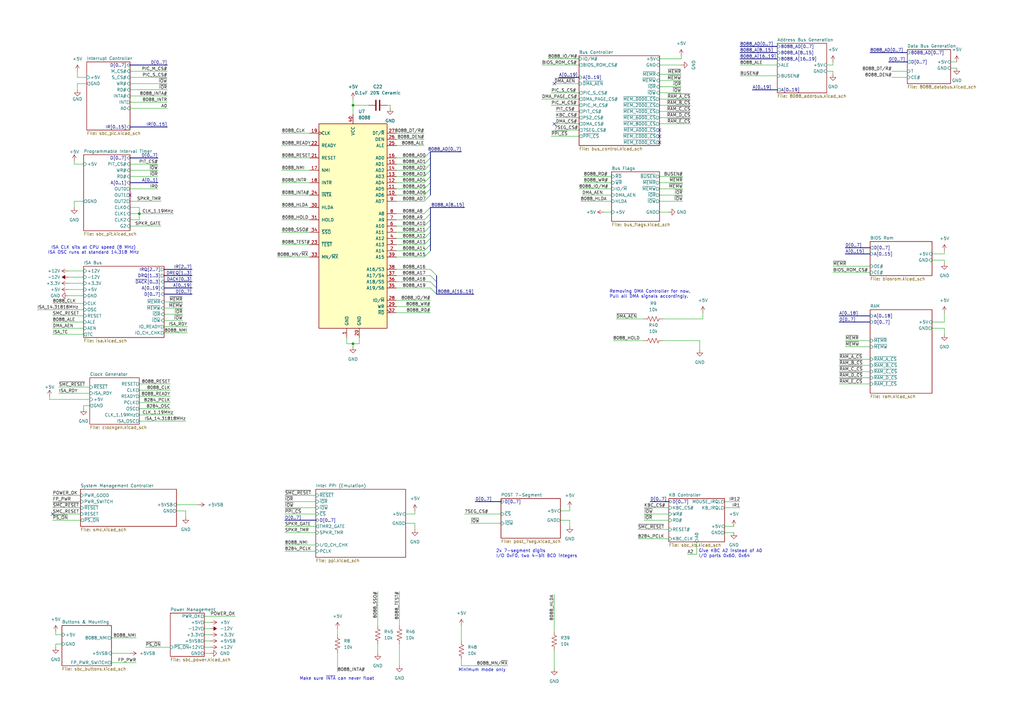
<source format=kicad_sch>
(kicad_sch (version 20231120) (generator "eeschema") (generator_version "8.0")
  (paper "A3")
  (lib_symbols
    (symbol "Device:C" (pin_numbers hide) (pin_names (offset 0.254))
      (property "Reference" "C" (at 0.635 2.54 0))
      (property "Value" "C" (at 0.635 -2.54 0))
      (symbol "C_1_1"
        (pin passive line (at 0 3.81 270) (length 2.794) (name "~") (number "1"))
        (pin passive line (at 0 -3.81 90) (length 2.794) (name "~") (number "2"))
      )
    )
    (symbol "Device:R_US" (pin_numbers hide) (pin_names (offset 0))
      (property "Reference" "R" (at 2.54 0 90))
      (property "Value" "R_US" (at -2.54 0 90))
      (symbol "R_US_1_1"
        (pin passive line (at 0 3.81 270) (length 1.27) (name "~") (number "1"))
        (pin passive line (at 0 -3.81 90) (length 1.27) (name "~") (number "2"))
      )
    )
    (symbol "MCU_Intel:8088" (pin_names (offset 1.016))
      (property "Reference" "U" (at -12.7 43.18 0))
      (property "Value" "8088" (at 10.16 43.18 0))
      (symbol "8088_1_1"
        (pin power_in line (at -2.54 -45.72 90) (length 3.81) (name "GND") (number "1"))
        (pin bidirectional line (at 17.78 12.7 180) (length 3.81) (name "AD6") (number "10"))
        (pin bidirectional line (at 17.78 15.24 180) (length 3.81) (name "AD5") (number "11"))
        (pin bidirectional line (at 17.78 17.78 180) (length 3.81) (name "AD4") (number "12"))
        (pin bidirectional line (at 17.78 20.32 180) (length 3.81) (name "AD3") (number "13"))
        (pin bidirectional line (at 17.78 22.86 180) (length 3.81) (name "AD2") (number "14"))
        (pin bidirectional line (at 17.78 25.4 180) (length 3.81) (name "AD1") (number "15"))
        (pin bidirectional line (at 17.78 27.94 180) (length 3.81) (name "AD0") (number "16"))
        (pin input line (at -17.78 22.86 0) (length 3.81) (name "NMI") (number "17"))
        (pin input line (at -17.78 17.78 0) (length 3.81) (name "INTR") (number "18"))
        (pin input clock (at -17.78 38.1 0) (length 3.81) (name "CLK") (number "19"))
        (pin output line (at 17.78 -10.16 180) (length 3.81) (name "A14") (number "2"))
        (pin power_in line (at 2.54 -45.72 90) (length 3.81) (name "GND") (number "20"))
        (pin input line (at -17.78 27.94 0) (length 3.81) (name "RESET") (number "21"))
        (pin input line (at -17.78 33.02 0) (length 3.81) (name "READY") (number "22"))
        (pin input line (at -17.78 -7.62 0) (length 3.81) (name "~{TEST}") (number "23"))
        (pin output line (at -17.78 12.7 0) (length 3.81) (name "~{INTA}") (number "24"))
        (pin output line (at 17.78 33.02 180) (length 3.81) (name "ALE") (number "25"))
        (pin output line (at 17.78 35.56 180) (length 3.81) (name "DEN") (number "26"))
        (pin output line (at 17.78 38.1 180) (length 3.81) (name "DT/~{R}") (number "27"))
        (pin output line (at 17.78 -30.48 180) (length 3.81) (name "IO/~{M}") (number "28"))
        (pin output line (at 17.78 -33.02 180) (length 3.81) (name "WR") (number "29"))
        (pin output line (at 17.78 -7.62 180) (length 3.81) (name "A13") (number "3"))
        (pin output line (at -17.78 7.62 0) (length 3.81) (name "HLDA") (number "30"))
        (pin input line (at -17.78 2.54 0) (length 3.81) (name "HOLD") (number "31"))
        (pin output output_low (at 17.78 -35.56 180) (length 3.81) (name "~{RD}") (number "32"))
        (pin input line (at -17.78 -12.7 0) (length 3.81) (name "MN/~{MX}") (number "33"))
        (pin output line (at -17.78 -2.54 0) (length 3.81) (name "~{SSO}") (number "34"))
        (pin output line (at 17.78 -25.4 180) (length 3.81) (name "A19/S6") (number "35"))
        (pin output line (at 17.78 -22.86 180) (length 3.81) (name "A18/S5") (number "36"))
        (pin output line (at 17.78 -20.32 180) (length 3.81) (name "A17/S4") (number "37"))
        (pin output line (at 17.78 -17.78 180) (length 3.81) (name "A16/S3") (number "38"))
        (pin output line (at 17.78 -12.7 180) (length 3.81) (name "A15") (number "39"))
        (pin output line (at 17.78 -5.08 180) (length 3.81) (name "A12") (number "4"))
        (pin power_in line (at 0 45.72 270) (length 3.81) (name "VCC") (number "40"))
        (pin output line (at 17.78 -2.54 180) (length 3.81) (name "A11") (number "5"))
        (pin output line (at 17.78 0 180) (length 3.81) (name "A10") (number "6"))
        (pin output line (at 17.78 2.54 180) (length 3.81) (name "A9") (number "7"))
        (pin output line (at 17.78 5.08 180) (length 3.81) (name "A8") (number "8"))
        (pin bidirectional line (at 17.78 10.16 180) (length 3.81) (name "AD7") (number "9"))
      )
    )
    (symbol "power:+12V" (power) (pin_names (offset 0))
      (property "Value" "+12V" (at 0 3.556 0))
      (symbol "+12V_1_1"
        (pin power_in line (at 0 0 90) (length 0) hide (name "+12V") (number "1"))
      )
    )
    (symbol "power:+3.3V" (power) (pin_names (offset 0))
      (property "Value" "+3.3V" (at 0 3.556 0))
      (symbol "+3.3V_1_1"
        (pin power_in line (at 0 0 90) (length 0) hide (name "+3.3V") (number "1"))
      )
    )
    (symbol "power:+5V" (power) (pin_names (offset 0))
      (property "Value" "+5V" (at 0 3.556 0))
      (symbol "+5V_1_1"
        (pin power_in line (at 0 0 90) (length 0) hide (name "+5V") (number "1"))
      )
    )
    (symbol "power:-12V" (power) (pin_names (offset 0))
      (property "Value" "-12V" (at 0 3.81 0))
      (symbol "-12V_0_0"
        (pin power_in line (at 0 0 90) (length 0) hide (name "-12V") (number "1"))
      )
    )
    (symbol "power:GND" (power) (pin_names (offset 0))
      (property "Value" "GND" (at 0 -3.81 0))
      (symbol "GND_1_1"
        (pin power_in line (at 0 0 270) (length 0) hide (name "GND") (number "1"))
      )
    )
    (symbol "power:VCC" (power) (pin_numbers hide) (pin_names (offset 0) hide)
      (property "Value" "VCC" (at 0 3.556 0))
      (symbol "VCC_1_1"
        (pin power_in line (at 0 0 90) (length 0) (name "~") (number "1"))
      )
    )
  )
  (bus_alias "A0..19" (members "LA0" "LA1" "LA2" "LA3" "LA4" "LA5" "LA6" "LA7" "LA8" "LA9" "LA10" "LA11" "LA12" "LA13" "LA14" "LA15" "LA16" "LA17" "LA18" "LA19"))
  (bus_alias "A16..19" (members "A16/S3" "A17/S4" "A18/S5" "A19/S6"))
  (bus_alias "A8..15" (members "A8" "A9" "A10" "A11" "A12" "A13" "A14" "A15"))
  (bus_alias "AD0..7" (members "AD0" "AD1" "AD2" "AD3" "AD4" "AD5" "AD6" "AD7"))
  (bus_alias "D0..7" (members "D0" "D1" "D2" "D3" "D4" "D5" "D6" "D7"))
  (bus_alias "DREQ[0..3]" (members "DRQ[0..3]"))
  (bus_alias "D[0..7]" (members "Q0" "Q1" "Q2" "Q3" "Q4" "Q5" "Q6" "Q7"))
  (bus_alias "IRQ[0..15]" (members "IR[0..15]"))
  (junction (at 144.78 140.97))
  (junction (at 144.78 43.18))
  (junction (at 57.15 87.63))
  (no_connect (at 227.33 50.8))
  (no_connect (at 53.34 80.01))
  (no_connect (at 270.51 55.88))
  (no_connect (at 21.59 210.82))
  (no_connect (at 270.51 53.34))
  (no_connect (at 270.51 58.42))
  (no_connect (at 227.33 34.29))
  (bus_entry (at 176.53 113.03) (size 2.54 2.54))
  (bus_entry (at 176.53 110.49) (size 2.54 2.54))
  (bus_entry (at 173.99 67.31) (size 2.54 -2.54))
  (bus_entry (at 173.99 95.25) (size 2.54 -2.54))
  (bus_entry (at 173.99 72.39) (size 2.54 -2.54))
  (bus_entry (at 173.99 100.33) (size 2.54 -2.54))
  (bus_entry (at 173.99 102.87) (size 2.54 -2.54))
  (bus_entry (at 173.99 97.79) (size 2.54 -2.54))
  (bus_entry (at 173.99 80.01) (size 2.54 -2.54))
  (bus_entry (at 173.99 90.17) (size 2.54 -2.54))
  (bus_entry (at 173.99 74.93) (size 2.54 -2.54))
  (bus_entry (at 173.99 77.47) (size 2.54 -2.54))
  (bus_entry (at 176.53 118.11) (size 2.54 2.54))
  (bus_entry (at 173.99 87.63) (size 2.54 -2.54))
  (bus_entry (at 173.99 82.55) (size 2.54 -2.54))
  (bus_entry (at 173.99 64.77) (size 2.54 -2.54))
  (bus_entry (at 173.99 92.71) (size 2.54 -2.54))
  (bus_entry (at 173.99 69.85) (size 2.54 -2.54))
  (bus_entry (at 176.53 115.57) (size 2.54 2.54))
  (bus_entry (at 173.99 105.41) (size 2.54 -2.54))
  (wire (pts (xy 162.56 90.17) (xy 173.99 90.17)))
  (wire (pts (xy 53.34 44.45) (xy 68.58 44.45)))
  (bus (pts (xy 303.53 21.59) (xy 318.77 21.59)))
  (wire (pts (xy 341.63 111.76) (xy 356.87 111.76)))
  (wire (pts (xy 279.4 24.13) (xy 279.4 22.86)))
  (wire (pts (xy 389.89 25.4) (xy 392.43 25.4)))
  (wire (pts (xy 270.51 35.56) (xy 279.4 35.56)))
  (wire (pts (xy 83.82 257.81) (xy 86.36 257.81)))
  (wire (pts (xy 138.43 267.97) (xy 138.43 275.59)))
  (wire (pts (xy 27.94 121.285) (xy 34.29 121.285)))
  (wire (pts (xy 356.87 139.7) (xy 346.71 139.7)))
  (wire (pts (xy 270.51 72.39) (xy 280.035 72.39)))
  (bus (pts (xy 53.34 74.93) (xy 64.77 74.93)))
  (wire (pts (xy 224.79 24.13) (xy 237.49 24.13)))
  (wire (pts (xy 227.965 48.26) (xy 237.49 48.26)))
  (bus (pts (xy 67.31 120.65) (xy 78.74 120.65)))
  (bus (pts (xy 176.53 90.17) (xy 176.53 87.63)))
  (wire (pts (xy 21.59 134.62) (xy 34.29 134.62)))
  (wire (pts (xy 162.56 128.27) (xy 176.53 128.27)))
  (wire (pts (xy 297.18 215.9) (xy 300.99 215.9)))
  (wire (pts (xy 22.86 259.08) (xy 22.86 260.35)))
  (wire (pts (xy 341.63 109.22) (xy 356.87 109.22)))
  (wire (pts (xy 116.84 205.74) (xy 129.54 205.74)))
  (wire (pts (xy 270.51 30.48) (xy 279.4 30.48)))
  (wire (pts (xy 382.27 132.08) (xy 387.35 132.08)))
  (wire (pts (xy 115.57 54.61) (xy 127 54.61)))
  (wire (pts (xy 297.18 205.74) (xy 303.53 205.74)))
  (wire (pts (xy 341.63 26.67) (xy 341.63 25.4)))
  (wire (pts (xy 20.32 163.83) (xy 20.32 162.56)))
  (wire (pts (xy 83.82 267.97) (xy 86.36 267.97)))
  (wire (pts (xy 270.51 26.67) (xy 279.4 26.67)))
  (wire (pts (xy 154.94 242.57) (xy 154.94 256.54)))
  (wire (pts (xy 283.21 43.18) (xy 270.51 43.18)))
  (wire (pts (xy 142.24 140.97) (xy 144.78 140.97)))
  (wire (pts (xy 115.57 90.17) (xy 127 90.17)))
  (wire (pts (xy 226.06 38.1) (xy 237.49 38.1)))
  (wire (pts (xy 21.59 205.74) (xy 33.02 205.74)))
  (wire (pts (xy 264.16 210.82) (xy 274.32 210.82)))
  (wire (pts (xy 57.15 85.09) (xy 57.15 87.63)))
  (wire (pts (xy 344.17 149.86) (xy 356.87 149.86)))
  (wire (pts (xy 162.56 100.33) (xy 173.99 100.33)))
  (wire (pts (xy 297.18 218.44) (xy 300.99 218.44)))
  (wire (pts (xy 144.78 40.64) (xy 144.78 43.18)))
  (wire (pts (xy 163.83 242.57) (xy 163.83 256.54)))
  (wire (pts (xy 162.56 77.47) (xy 173.99 77.47)))
  (wire (pts (xy 162.56 123.19) (xy 176.53 123.19)))
  (wire (pts (xy 129.54 226.06) (xy 116.84 226.06)))
  (bus (pts (xy 176.53 67.31) (xy 176.53 64.77)))
  (bus (pts (xy 176.53 87.63) (xy 176.53 85.09)))
  (wire (pts (xy 193.04 214.63) (xy 205.486 214.63)))
  (wire (pts (xy 344.17 154.94) (xy 356.87 154.94)))
  (wire (pts (xy 261.62 220.98) (xy 274.32 220.98)))
  (wire (pts (xy 382.27 106.68) (xy 387.35 106.68)))
  (wire (pts (xy 154.94 264.16) (xy 154.94 267.97)))
  (wire (pts (xy 21.59 124.46) (xy 34.29 124.46)))
  (bus (pts (xy 176.53 64.77) (xy 176.53 62.23)))
  (wire (pts (xy 27.94 113.665) (xy 34.29 113.665)))
  (bus (pts (xy 176.53 72.39) (xy 176.53 69.85)))
  (bus (pts (xy 176.53 95.25) (xy 176.53 92.71)))
  (wire (pts (xy 83.82 260.35) (xy 86.36 260.35)))
  (wire (pts (xy 30.48 67.31) (xy 34.29 67.31)))
  (wire (pts (xy 283.21 45.72) (xy 270.51 45.72)))
  (bus (pts (xy 67.31 113.03) (xy 78.74 113.03)))
  (wire (pts (xy 303.53 31.115) (xy 318.77 31.115)))
  (wire (pts (xy 261.62 217.17) (xy 274.32 217.17)))
  (wire (pts (xy 285.75 222.25) (xy 285.75 227.33)))
  (bus (pts (xy 176.53 74.93) (xy 176.53 72.39)))
  (wire (pts (xy 144.78 142.24) (xy 144.78 140.97)))
  (wire (pts (xy 237.49 77.47) (xy 250.825 77.47)))
  (bus (pts (xy 176.53 85.09) (xy 190.5 85.09)))
  (wire (pts (xy 229.87 209.55) (xy 233.68 209.55)))
  (wire (pts (xy 166.37 214.63) (xy 170.18 214.63)))
  (wire (pts (xy 270.51 38.1) (xy 279.4 38.1)))
  (wire (pts (xy 264.16 213.36) (xy 274.32 213.36)))
  (bus (pts (xy 53.34 26.67) (xy 68.58 26.67)))
  (wire (pts (xy 129.54 218.44) (xy 116.84 218.44)))
  (bus (pts (xy 308.61 36.83) (xy 318.77 36.83)))
  (wire (pts (xy 57.15 90.17) (xy 53.34 90.17)))
  (wire (pts (xy 227.33 50.8) (xy 237.49 50.8)))
  (wire (pts (xy 36.83 166.37) (xy 34.29 166.37)))
  (bus (pts (xy 53.34 52.07) (xy 68.58 52.07)))
  (wire (pts (xy 138.43 257.81) (xy 138.43 260.35)))
  (wire (pts (xy 53.34 85.09) (xy 57.15 85.09)))
  (wire (pts (xy 24.13 161.29) (xy 36.83 161.29)))
  (wire (pts (xy 83.82 262.89) (xy 86.36 262.89)))
  (bus (pts (xy 176.53 62.23) (xy 189.23 62.23)))
  (wire (pts (xy 344.17 157.48) (xy 356.87 157.48)))
  (wire (pts (xy 34.29 166.37) (xy 34.29 167.64)))
  (wire (pts (xy 20.32 163.83) (xy 36.83 163.83)))
  (wire (pts (xy 283.21 48.26) (xy 270.51 48.26)))
  (wire (pts (xy 162.56 54.61) (xy 173.99 54.61)))
  (wire (pts (xy 162.56 118.11) (xy 176.53 118.11)))
  (bus (pts (xy 67.31 118.11) (xy 78.74 118.11)))
  (wire (pts (xy 27.94 116.205) (xy 34.29 116.205)))
  (wire (pts (xy 339.09 29.21) (xy 341.63 29.21)))
  (wire (pts (xy 190.5 210.82) (xy 205.486 210.82)))
  (wire (pts (xy 270.51 80.01) (xy 280.035 80.01)))
  (wire (pts (xy 53.34 67.31) (xy 64.77 67.31)))
  (wire (pts (xy 162.56 102.87) (xy 173.99 102.87)))
  (bus (pts (xy 67.31 115.57) (xy 78.74 115.57)))
  (wire (pts (xy 162.56 57.15) (xy 173.99 57.15)))
  (wire (pts (xy 45.72 271.78) (xy 55.88 271.78)))
  (wire (pts (xy 53.34 41.91) (xy 68.58 41.91)))
  (wire (pts (xy 67.31 131.445) (xy 74.93 131.445)))
  (wire (pts (xy 162.56 82.55) (xy 173.99 82.55)))
  (wire (pts (xy 21.59 203.2) (xy 33.02 203.2)))
  (wire (pts (xy 162.56 125.73) (xy 176.53 125.73)))
  (wire (pts (xy 25.4 264.16) (xy 22.86 264.16)))
  (wire (pts (xy 34.29 82.55) (xy 30.48 82.55)))
  (wire (pts (xy 387.35 104.14) (xy 387.35 102.87)))
  (wire (pts (xy 21.59 210.82) (xy 33.02 210.82)))
  (bus (pts (xy 176.53 97.79) (xy 176.53 95.25)))
  (wire (pts (xy 53.34 31.75) (xy 68.58 31.75)))
  (wire (pts (xy 227.33 243.84) (xy 227.33 259.08)))
  (wire (pts (xy 53.34 87.63) (xy 57.15 87.63)))
  (wire (pts (xy 264.16 208.28) (xy 274.32 208.28)))
  (wire (pts (xy 239.395 74.93) (xy 250.825 74.93)))
  (wire (pts (xy 21.59 213.36) (xy 33.02 213.36)))
  (bus (pts (xy 344.17 132.08) (xy 356.87 132.08)))
  (bus (pts (xy 346.71 101.6) (xy 356.87 101.6)))
  (wire (pts (xy 53.34 77.47) (xy 64.77 77.47)))
  (wire (pts (xy 21.59 129.54) (xy 34.29 129.54)))
  (bus (pts (xy 346.71 104.14) (xy 356.87 104.14)))
  (bus (pts (xy 344.17 129.54) (xy 356.87 129.54)))
  (wire (pts (xy 233.68 209.55) (xy 233.68 208.28)))
  (wire (pts (xy 387.35 106.68) (xy 387.35 107.95)))
  (bus (pts (xy 179.07 113.03) (xy 179.07 115.57)))
  (wire (pts (xy 83.82 252.73) (xy 96.52 252.73)))
  (wire (pts (xy 162.56 59.69) (xy 173.99 59.69)))
  (wire (pts (xy 22.86 264.16) (xy 22.86 265.43)))
  (bus (pts (xy 176.53 80.01) (xy 176.53 77.47)))
  (wire (pts (xy 144.78 43.18) (xy 144.78 46.99)))
  (wire (pts (xy 270.51 82.55) (xy 280.035 82.55)))
  (wire (pts (xy 271.78 139.7) (xy 287.02 139.7)))
  (wire (pts (xy 116.84 223.52) (xy 129.54 223.52)))
  (wire (pts (xy 115.57 69.85) (xy 127 69.85)))
  (wire (pts (xy 238.125 82.55) (xy 250.825 82.55)))
  (wire (pts (xy 76.835 133.985) (xy 67.31 133.985)))
  (wire (pts (xy 162.56 95.25) (xy 173.99 95.25)))
  (wire (pts (xy 344.17 147.32) (xy 356.87 147.32)))
  (wire (pts (xy 270.51 86.995) (xy 274.32 86.995)))
  (wire (pts (xy 297.18 208.28) (xy 303.53 208.28)))
  (wire (pts (xy 226.06 55.88) (xy 237.49 55.88)))
  (wire (pts (xy 162.56 64.77) (xy 173.99 64.77)))
  (bus (pts (xy 229.235 31.75) (xy 237.49 31.75)))
  (bus (pts (xy 364.49 25.4) (xy 372.11 25.4)))
  (wire (pts (xy 162.56 69.85) (xy 173.99 69.85)))
  (wire (pts (xy 113.665 105.41) (xy 127 105.41)))
  (wire (pts (xy 57.15 162.56) (xy 69.85 162.56)))
  (wire (pts (xy 53.34 72.39) (xy 64.77 72.39)))
  (wire (pts (xy 116.84 210.82) (xy 129.54 210.82)))
  (wire (pts (xy 57.15 167.64) (xy 69.85 167.64)))
  (wire (pts (xy 226.06 43.18) (xy 237.49 43.18)))
  (bus (pts (xy 53.34 64.77) (xy 64.77 64.77)))
  (wire (pts (xy 115.57 85.09) (xy 127 85.09)))
  (wire (pts (xy 233.68 213.36) (xy 233.68 215.9)))
  (wire (pts (xy 281.94 227.33) (xy 285.75 227.33)))
  (wire (pts (xy 287.02 139.7) (xy 287.02 143.51)))
  (wire (pts (xy 162.56 74.93) (xy 173.99 74.93)))
  (wire (pts (xy 356.87 142.24) (xy 346.71 142.24)))
  (wire (pts (xy 129.54 215.9) (xy 116.84 215.9)))
  (wire (pts (xy 115.57 64.77) (xy 127 64.77)))
  (wire (pts (xy 382.27 134.62) (xy 387.35 134.62)))
  (wire (pts (xy 162.56 97.79) (xy 173.99 97.79)))
  (wire (pts (xy 365.76 31.75) (xy 372.11 31.75)))
  (wire (pts (xy 57.15 87.63) (xy 57.15 90.17)))
  (bus (pts (xy 67.31 110.49) (xy 78.74 110.49)))
  (wire (pts (xy 162.56 87.63) (xy 173.99 87.63)))
  (wire (pts (xy 271.78 130.81) (xy 288.29 130.81)))
  (wire (pts (xy 83.82 255.27) (xy 86.36 255.27)))
  (wire (pts (xy 72.39 207.01) (xy 81.28 207.01)))
  (wire (pts (xy 53.34 39.37) (xy 68.58 39.37)))
  (wire (pts (xy 339.09 26.67) (xy 341.63 26.67)))
  (wire (pts (xy 116.84 208.28) (xy 129.54 208.28)))
  (wire (pts (xy 238.76 80.01) (xy 250.825 80.01)))
  (wire (pts (xy 57.15 160.02) (xy 69.85 160.02)))
  (wire (pts (xy 53.34 29.21) (xy 68.58 29.21)))
  (wire (pts (xy 115.57 80.01) (xy 127 80.01)))
  (wire (pts (xy 31.75 34.29) (xy 31.75 36.83)))
  (wire (pts (xy 389.89 27.94) (xy 392.43 27.94)))
  (bus (pts (xy 129.54 213.36) (xy 116.84 213.36)))
  (wire (pts (xy 387.35 132.08) (xy 387.35 128.27)))
  (wire (pts (xy 57.15 172.72) (xy 76.2 172.72)))
  (wire (pts (xy 163.83 264.16) (xy 163.83 273.05)))
  (wire (pts (xy 365.76 29.21) (xy 372.11 29.21)))
  (wire (pts (xy 158.75 43.18) (xy 160.02 43.18)))
  (wire (pts (xy 53.34 69.85) (xy 64.77 69.85)))
  (wire (pts (xy 251.46 139.7) (xy 264.16 139.7)))
  (wire (pts (xy 162.56 72.39) (xy 173.99 72.39)))
  (wire (pts (xy 170.18 210.82) (xy 170.18 209.55)))
  (wire (pts (xy 31.75 29.21) (xy 31.75 31.75)))
  (wire (pts (xy 229.87 213.36) (xy 233.68 213.36)))
  (wire (pts (xy 382.27 104.14) (xy 387.35 104.14)))
  (wire (pts (xy 53.34 34.29) (xy 68.58 34.29)))
  (wire (pts (xy 222.25 26.67) (xy 237.49 26.67)))
  (wire (pts (xy 227.33 53.34) (xy 237.49 53.34)))
  (bus (pts (xy 179.07 120.65) (xy 194.31 120.65)))
  (wire (pts (xy 170.18 214.63) (xy 170.18 217.17)))
  (wire (pts (xy 239.395 72.39) (xy 250.825 72.39)))
  (wire (pts (xy 24.13 158.75) (xy 36.83 158.75)))
  (wire (pts (xy 57.15 157.48) (xy 69.85 157.48)))
  (wire (pts (xy 21.59 132.08) (xy 34.29 132.08)))
  (bus (pts (xy 176.53 69.85) (xy 176.53 67.31)))
  (wire (pts (xy 162.56 80.01) (xy 173.99 80.01)))
  (wire (pts (xy 341.63 29.21) (xy 341.63 30.48)))
  (wire (pts (xy 288.29 130.81) (xy 288.29 128.27)))
  (bus (pts (xy 176.53 92.71) (xy 176.53 90.17)))
  (wire (pts (xy 303.53 26.67) (xy 318.77 26.67)))
  (wire (pts (xy 270.51 74.93) (xy 280.035 74.93)))
  (wire (pts (xy 279.4 24.13) (xy 270.51 24.13)))
  (wire (pts (xy 247.65 86.995) (xy 250.825 86.995)))
  (wire (pts (xy 22.86 260.35) (xy 25.4 260.35)))
  (wire (pts (xy 45.72 267.97) (xy 53.34 267.97)))
  (wire (pts (xy 189.23 273.05) (xy 208.28 273.05)))
  (bus (pts (xy 179.07 115.57) (xy 179.07 118.11)))
  (wire (pts (xy 53.34 36.83) (xy 68.58 36.83)))
  (bus (pts (xy 266.7 205.74) (xy 274.32 205.74)))
  (wire (pts (xy 72.39 209.55) (xy 76.2 209.55)))
  (wire (pts (xy 227.33 266.7) (xy 227.33 274.32)))
  (wire (pts (xy 115.57 100.33) (xy 127 100.33)))
  (wire (pts (xy 222.25 40.64) (xy 237.49 40.64)))
  (wire (pts (xy 67.31 123.825) (xy 74.93 123.825)))
  (bus (pts (xy 303.53 24.13) (xy 318.77 24.13)))
  (wire (pts (xy 67.31 126.365) (xy 74.93 126.365)))
  (bus (pts (xy 176.53 77.47) (xy 176.53 74.93)))
  (wire (pts (xy 53.34 82.55) (xy 66.04 82.55)))
  (wire (pts (xy 59.69 265.43) (xy 69.85 265.43)))
  (wire (pts (xy 57.15 165.1) (xy 69.85 165.1)))
  (wire (pts (xy 27.94 111.125) (xy 34.29 111.125)))
  (wire (pts (xy 160.02 43.18) (xy 160.02 44.45)))
  (wire (pts (xy 162.56 67.31) (xy 173.99 67.31)))
  (bus (pts (xy 356.87 21.59) (xy 372.11 21.59)))
  (wire (pts (xy 57.15 87.63) (xy 71.12 87.63)))
  (wire (pts (xy 67.31 136.525) (xy 76.835 136.525)))
  (wire (pts (xy 57.15 170.18) (xy 71.12 170.18)))
  (wire (pts (xy 162.56 115.57) (xy 176.53 115.57)))
  (wire (pts (xy 142.24 138.43) (xy 142.24 140.97)))
  (wire (pts (xy 35.56 34.29) (xy 31.75 34.29)))
  (wire (pts (xy 144.78 43.18) (xy 151.13 43.18)))
  (wire (pts (xy 147.32 138.43) (xy 147.32 140.97)))
  (wire (pts (xy 162.56 92.71) (xy 173.99 92.71)))
  (wire (pts (xy 237.49 34.29) (xy 227.33 34.29)))
  (wire (pts (xy 116.84 203.2) (xy 129.54 203.2)))
  (wire (pts (xy 162.56 110.49) (xy 176.53 110.49)))
  (bus (pts (xy 179.07 120.65) (xy 179.07 118.11)))
  (bus (pts (xy 176.53 102.87) (xy 176.53 100.33)))
  (bus (pts (xy 176.53 100.33) (xy 176.53 97.79)))
  (wire (pts (xy 283.21 40.64) (xy 270.51 40.64)))
  (wire (pts (xy 115.57 74.93) (xy 127 74.93)))
  (wire (pts (xy 387.35 134.62) (xy 387.35 137.16)))
  (wire (pts (xy 31.75 31.75) (xy 35.56 31.75)))
  (wire (pts (xy 76.2 209.55) (xy 76.2 212.09)))
  (wire (pts (xy 162.56 113.03) (xy 176.53 113.03)))
  (wire (pts (xy 53.34 92.71) (xy 66.04 92.71)))
  (wire (pts (xy 270.51 77.47) (xy 280.035 77.47)))
  (wire (pts (xy 344.17 152.4) (xy 356.87 152.4)))
  (wire (pts (xy 27.94 118.745) (xy 34.29 118.745)))
  (wire (pts (xy 30.48 82.55) (xy 30.48 85.09)))
  (bus (pts (xy 303.53 19.05) (xy 318.77 19.05)))
  (wire (pts (xy 67.31 128.905) (xy 74.93 128.905)))
  (wire (pts (xy 115.57 59.69) (xy 127 59.69)))
  (wire (pts (xy 144.78 140.97) (xy 147.32 140.97)))
  (wire (pts (xy 83.82 265.43) (xy 86.36 265.43)))
  (wire (pts (xy 166.37 210.82) (xy 170.18 210.82)))
  (wire (pts (xy 21.59 208.28) (xy 33.02 208.28)))
  (wire (pts (xy 227.965 45.72) (xy 237.49 45.72)))
  (wire (pts (xy 115.57 95.25) (xy 127 95.25)))
  (wire (pts (xy 283.21 50.8) (xy 270.51 50.8)))
  (wire (pts (xy 189.23 256.54) (xy 189.23 262.89)))
  (wire (pts (xy 30.48 67.31) (xy 30.48 66.04)))
  (wire (pts (xy 252.73 130.81) (xy 264.16 130.81)))
  (wire (pts (xy 270.51 33.02) (xy 279.4 33.02)))
  (wire (pts (xy 21.59 137.16) (xy 34.29 137.16)))
  (wire (pts (xy 189.23 270.51) (xy 189.23 273.05)))
  (wire (pts (xy 45.72 261.62) (xy 55.88 261.62)))
  (bus (pts (xy 194.945 205.74) (xy 205.74 205.74)))
  (wire (pts (xy 15.24 127) (xy 34.29 127)))
  (wire (pts (xy 162.56 105.41) (xy 173.99 105.41)))
  (text "2x 7-segment digits\nI/O 0xF0, two 4-bit BCD integers" (at 203.454 227.076 0) (effects (font (size 1.27 1.27)) (justify left)))
  (text "ISA CLK sits at CPU speed (8 MHz)\nISA OSC runs at standard 14.318 MHz" (at 38.354 102.616 0) (effects (font (size 1.27 1.27))))
  (text "Make sure ~{INTA} can never float" (at 138.176 278.384 0) (effects (font (size 1.27 1.27))))
  (text "Removing DMA Controller for now.\nPull all DMA signals accordingly." (at 249.936 120.65 0) (effects (font (size 1.27 1.27)) (justify left)))
  (text "Minimum mode only" (at 187.96 275.59 0) (effects (font (size 1.27 1.27)) (justify left bottom)))
  (text "Give KBC A2 instead of A0\nI/O ports 0x60, 0x64" (at 286.512 227.076 0) (effects (font (size 1.27 1.27)) (justify left)))
  (label "8088_A12" (at 165.1 97.79 0))
  (label "8088_INTA#" (at 68.58 39.37 180))
  (label "8088_ALE" (at 21.59 132.08 0))
  (label "8088_TEST#" (at 163.83 242.57 270))
  (label "8088_AD7" (at 165.1 82.55 0))
  (label "8088_AD1" (at 165.1 67.31 0))
  (label "8284_OSC" (at 69.85 167.64 180))
  (label "8088_SSO#" (at 154.94 242.57 270))
  (label "8088_A[8..15]" (at 190.5 85.09 180))
  (label "8088_A19" (at 165.1 118.11 0))
  (label "8088_AD[0..7]" (at 189.23 62.23 180))
  (label "~{IOR}" (at 64.77 72.39 180))
  (label "~{IOW}" (at 193.04 214.63 0))
  (label "A[0..1]" (at 64.77 74.93 180))
  (label "8088_NMI" (at 116.84 223.52 0))
  (label "ISA_14.31818MHz" (at 15.24 127 0))
  (label "8088_SSO#" (at 115.57 95.25 0))
  (label "PIT_CS#" (at 227.965 45.72 0))
  (label "8088_CLK" (at 21.59 124.46 0))
  (label "8088_CLK" (at 115.57 54.61 0))
  (label "8088_IO{slash}M#" (at 176.53 123.19 180))
  (label "IR1" (at 303.53 208.28 180))
  (label "8088_NMI" (at 76.835 136.525 180))
  (label "FP_PWR" (at 21.59 205.74 0))
  (label "~{PS_ON}" (at 21.59 213.36 0))
  (label "8088_WR#" (at 239.395 74.93 0))
  (label "8088_A8" (at 165.1 87.63 0))
  (label "8088_MN{slash}~{MX}" (at 113.665 105.41 0))
  (label "8088_A14" (at 165.1 102.87 0))
  (label "~{MEMR}" (at 74.93 123.825 180))
  (label "DACK[0..3]" (at 78.74 115.57 180))
  (label "~{IOW}" (at 280.035 82.55 180))
  (label "~{PPI_CS}" (at 226.06 55.88 0))
  (label "D[0..7]" (at 194.945 205.74 0))
  (label "~{IOR}" (at 116.84 205.74 0))
  (label "SPKR_TMR" (at 116.84 218.44 0))
  (label "8088_CLK" (at 69.85 160.02 180))
  (label "8088_DT{slash}R#" (at 173.99 54.61 180))
  (label "~{IOW}" (at 279.4 38.1 180))
  (label "D[0..7]" (at 78.74 120.65 180))
  (label "8088_A18" (at 165.1 115.57 0))
  (label "ISA_RDY" (at 24.13 161.29 0))
  (label "~{RAM_C_CS}" (at 344.17 152.4 0))
  (label "BUSEN#" (at 303.53 31.115 0))
  (label "8088_NMI" (at 115.57 69.85 0))
  (label "~{MEMW}" (at 280.035 77.47 180))
  (label "8284_PCLK" (at 69.85 165.1 180))
  (label "D[0..7]" (at 344.17 132.08 0))
  (label "8088_NMI" (at 55.88 261.62 180))
  (label "8088_IO{slash}M#" (at 224.79 24.13 0))
  (label "~{SMC_RESET}" (at 261.62 217.17 0))
  (label "8088_IO{slash}M#" (at 237.49 77.47 0))
  (label "KBC_CS#" (at 227.965 48.26 0))
  (label "~{RAM_A_CS}" (at 344.17 147.32 0))
  (label "~{MEMW}" (at 346.71 142.24 0))
  (label "FP_PWR" (at 55.88 271.78 180))
  (label "~{RAM_C_CS}" (at 283.21 45.72 180))
  (label "~{RAM_B_CS}" (at 344.17 149.86 0))
  (label "CLK_1.19MHz" (at 71.12 170.18 180))
  (label "8088_A11" (at 165.1 95.25 0))
  (label "~{IOR}" (at 68.58 36.83 180))
  (label "A[0..19]" (at 229.235 31.75 0))
  (label "8088_RD#" (at 176.53 128.27 180))
  (label "A[0..18]" (at 344.17 129.54 0))
  (label "~{SMC_RESET}" (at 21.59 208.28 0))
  (label "~{MEMR}" (at 279.4 30.48 180))
  (label "IR[0..15]" (at 68.58 52.07 180))
  (label "7SEG_CS#" (at 190.5 210.82 0))
  (label "~{RAM_E_CS}" (at 344.17 157.48 0))
  (label "PIC_S_CS#" (at 68.58 31.75 180))
  (label "DMA_AEN" (at 238.76 80.01 0))
  (label "8088_READY" (at 69.85 162.56 180))
  (label "D[0..7]" (at 68.58 26.67 180))
  (label "8088_WR#" (at 176.53 125.73 180))
  (label "8088_RD#" (at 239.395 72.39 0))
  (label "8088_HOLD" (at 251.46 139.7 0))
  (label "8088_A10" (at 165.1 92.71 0))
  (label "DMA_AEN" (at 21.59 134.62 0))
  (label "~{SMC_RESET}" (at 24.13 158.75 0))
  (label "A[0..15]" (at 346.71 104.14 0))
  (label "D[0..7]" (at 346.71 101.6 0))
  (label "8088_HLDA" (at 115.57 85.09 0))
  (label "SPKR_GATE" (at 66.04 92.71 180))
  (label "A[0..19]" (at 78.74 118.11 180))
  (label "IR12" (at 303.53 205.74 180))
  (label "8284_PCLK" (at 261.62 220.98 0))
  (label "8088_ALE" (at 173.99 59.69 180))
  (label "8088_A15" (at 165.1 105.41 0))
  (label "~{RAM_D_CS}" (at 344.17 154.94 0))
  (label "PIC_S_CS#" (at 226.06 38.1 0))
  (label "~{MEMW}" (at 74.93 126.365 180))
  (label "8088_A9" (at 165.1 90.17 0))
  (label "IR0" (at 64.77 77.47 180))
  (label "8088_INTR" (at 68.58 41.91 180))
  (label "D[0..7]" (at 364.49 25.4 0))
  (label "~{IOR}" (at 264.16 213.36 0))
  (label "8088_A13" (at 165.1 100.33 0))
  (label "8088_HLDA" (at 238.125 82.55 0))
  (label "A0" (at 68.58 44.45 180))
  (label "BIOS_ROM_CS#" (at 222.25 26.67 0))
  (label "~{IOR}" (at 74.93 128.905 180))
  (label "8088_RESET" (at 115.57 64.77 0))
  (label "8088_INTA#" (at 115.57 80.01 0))
  (label "~{IOR}" (at 280.035 80.01 180))
  (label "~{SMC_RESET}" (at 116.84 203.2 0))
  (label "~{IOW}" (at 116.84 208.28 0))
  (label "8088_AD[0..7]" (at 356.87 21.59 0))
  (label "IR[2..7]" (at 78.74 110.49 180))
  (label "~{DMA_AEN}" (at 227.33 34.29 0))
  (label "D[0..7]" (at 266.7 205.74 0))
  (label "BIOS_ROM_CS#" (at 341.63 111.76 0))
  (label "8088_HOLD" (at 115.57 90.17 0))
  (label "8088_INTA#" (at 138.43 275.59 0))
  (label "KBC_CS#" (at 264.16 208.28 0))
  (label "~{RAM_D_CS}" (at 283.21 48.26 180))
  (label "8088_A17" (at 165.1 113.03 0))
  (label "~{PPI_CS}" (at 116.84 210.82 0))
  (label "8088_A[16..19]" (at 194.31 120.65 180))
  (label "~{MEMR}" (at 280.035 74.93 180))
  (label "8088_RESET" (at 69.85 157.48 180))
  (label "~{IOW}" (at 68.58 34.29 180))
  (label "~{PS_ON}" (at 59.69 265.43 0))
  (label "8088_A[8..15]" (at 303.53 21.59 0))
  (label "ISA_14.31818MHz" (at 76.2 172.72 180))
  (label "PIT_CS#" (at 64.77 67.31 180))
  (label "A[0..19]" (at 308.61 36.83 0))
  (label "8088_A[16..19]" (at 303.53 24.13 0))
  (label "8088_AD0" (at 165.1 64.77 0))
  (label "8088_HLDA" (at 227.33 243.84 270))
  (label "SPKR_GATE" (at 116.84 215.9 0))
  (label "PIC_M_CS#" (at 68.58 29.21 180))
  (label "D[0..7]" (at 64.77 64.77 180))
  (label "POWER_OK" (at 96.52 252.73 180))
  (label "8088_TEST#" (at 115.57 100.33 0))
  (label "~{MEMR}" (at 341.63 109.22 0))
  (label "~{RAM_B_CS}" (at 283.21 43.18 180))
  (label "~{DMA_AEN}" (at 252.73 130.81 0))
  (label "A2" (at 281.94 227.33 0))
  (label "D[0..7]" (at 116.84 213.36 0))
  (label "SMC_RESET" (at 21.59 210.82 0))
  (label "PIC_M_CS#" (at 226.06 43.18 0))
  (label "8088_ALE" (at 303.53 26.67 0))
  (label "8088_READY" (at 115.57 59.69 0))
  (label "~{MEMR}" (at 346.71 139.7 0))
  (label "7SEG_CS#" (at 227.33 53.34 0))
  (label "8088_AD4" (at 165.1 74.93 0))
  (label "8088_AD5" (at 165.1 77.47 0))
  (label "~{MEMW}" (at 279.4 33.02 180))
  (label "8088_INTR" (at 115.57 74.93 0))
  (label "8284_PCLK" (at 116.84 226.06 0))
  (label "~{IOW}" (at 264.16 210.82 0))
  (label "8088_AD3" (at 165.1 72.39 0))
  (label "SPKR_TMR" (at 66.04 82.55 180))
  (label "DREQ[1..3]" (at 78.74 113.03 180))
  (label "~{IOW}" (at 74.93 131.445 180))
  (label "8088_DEN#" (at 365.76 31.75 180))
  (label "8088_AD[0..7]" (at 303.53 19.05 0))
  (label "8088_AD2" (at 165.1 69.85 0))
  (label "~{RAM_A_CS}" (at 283.21 40.64 180))
  (label "DMA_CS#" (at 227.965 50.8 0))
  (label "SMC_RESET" (at 21.59 129.54 0))
  (label "8088_A16" (at 165.1 110.49 0))
  (label "ISA_TC" (at 21.59 137.16 0))
  (label "CLK_1.19MHz" (at 71.12 87.63 180))
  (label "~{IOW}" (at 64.77 69.85 180))
  (label "8088_DEN#" (at 173.99 57.15 180))
  (label "8088_DT{slash}R#" (at 365.76 29.21 180))
  (label "8088_AD6" (at 165.1756 80.01 0))
  (label "~{IOR}" (at 279.4 35.56 180))
  (label "~{RAM_E_CS}" (at 283.21 50.8 180))
  (label "8088_MN{slash}~{MX}" (at 208.28 273.05 180))
  (label "BUSEN#" (at 280.035 72.39 180))
  (label "ISA_RDY" (at 76.835 133.985 180))
  (label "DMA_PAGE_CS#" (at 222.25 40.64 0))
  (label "POWER_OK" (at 21.59 203.2 0))
  (symbol (lib_id "power:GND") (at 392.43 27.94 0) (unit 1)
    (property "Reference" "#PWR017" (effects (hide yes)))
    (property "Value" "GND" (at 392.43 33.02 0))
  )
  (symbol (lib_id "power:GND") (at 287.02 143.51 0) (unit 1)
    (property "Reference" "#PWR022" (effects (hide yes)))
    (property "Value" "GND" (at 287.02 148.59 0))
  )
  (symbol (lib_id "Device:C") (at 154.94 43.18 90) (unit 1)
    (property "Reference" "C22" (at 154.94 35.56 90))
    (property "Value" "0.1uF 20% Ceramic" (at 154.94 38.1 90))
    (property "Footprint" "Capacitor_SMD:C_0805_2012Metric" (effects (hide yes)))
    (property "Description" "LCSC #C1853649" (effects (hide yes)))
    (property "LCSC Part #" "C1853649" (effects (hide yes)))
  )
  (symbol (lib_id "power:-12V") (at 86.36 257.81 270) (unit 1)
    (property "Reference" "#PWR03" (effects (hide yes)))
    (property "Value" "-12V" (at 90.17 257.81 90) (effects (justify left)))
  )
  (symbol (lib_id "power:+3.3V") (at 27.94 116.205 90) (unit 1)
    (property "Reference" "#PWR033" (effects (hide yes)))
    (property "Value" "+3.3V" (at 24.765 116.205 90) (effects (justify left)))
  )
  (symbol (lib_id "Device:R_US") (at 154.94 260.35 0) (unit 1)
    (property "Reference" "R45" (at 157.48 259.0799 0) (effects (justify left)))
    (property "Value" "10k" (at 157.48 261.6199 0) (effects (justify left)))
    (property "Footprint" "Resistor_SMD:R_0805_2012Metric" (effects (hide yes)))
    (property "Description" "LCSC #C84376 " (effects (hide yes)))
    (property "LCSC Part #" "C84376 " (effects (hide yes)))
  )
  (symbol (lib_id "Device:R_US") (at 227.33 262.89 0) (unit 1)
    (property "Reference" "R39" (at 229.87 261.6199 0) (effects (justify left)))
    (property "Value" "10k" (at 229.87 264.1599 0) (effects (justify left)))
    (property "Footprint" "Resistor_SMD:R_0805_2012Metric" (effects (hide yes)))
    (property "Description" "LCSC #C84376 " (effects (hide yes)))
    (property "LCSC Part #" "C84376 " (effects (hide yes)))
  )
  (symbol (lib_id "power:GND") (at 387.35 107.95 0) (unit 1)
    (property "Reference" "#PWR023" (effects (hide yes)))
    (property "Value" "GND" (at 387.35 113.03 0))
  )
  (symbol (lib_id "Device:R_US") (at 138.43 264.16 0) (unit 1)
    (property "Reference" "R8" (at 140.97 262.8899 0) (effects (justify left)))
    (property "Value" "10k" (at 140.97 265.4299 0) (effects (justify left)))
    (property "Footprint" "Resistor_SMD:R_0805_2012Metric" (effects (hide yes)))
    (property "Description" "LCSC #C84376 " (effects (hide yes)))
    (property "LCSC Part #" "C84376 " (effects (hide yes)))
  )
  (symbol (lib_id "power:+5V") (at 144.78 40.64 0) (unit 1)
    (property "Reference" "#PWR014" (effects (hide yes)))
    (property "Value" "+5V" (at 144.78 35.56 0))
  )
  (symbol (lib_id "power:+5V") (at 387.35 128.27 0) (unit 1)
    (property "Reference" "#PWR0220" (effects (hide yes)))
    (property "Value" "+5V" (at 387.35 123.19 0))
  )
  (symbol (lib_id "power:+5V") (at 30.48 66.04 0) (unit 1)
    (property "Reference" "#PWR024" (effects (hide yes)))
    (property "Value" "+5V" (at 30.48 62.23 0))
  )
  (symbol (lib_id "power:+5V") (at 233.68 208.28 0) (unit 1)
    (property "Reference" "#PWR0271" (effects (hide yes)))
    (property "Value" "+5V" (at 233.68 203.2 0))
  )
  (symbol (lib_id "power:+5V") (at 279.4 22.86 0) (unit 1)
    (property "Reference" "#PWR04" (effects (hide yes)))
    (property "Value" "+5V" (at 279.4 17.78 0))
  )
  (symbol (lib_id "power:VCC") (at 53.34 267.97 270) (unit 1)
    (property "Reference" "#PWR0322" (effects (hide yes)))
    (property "Value" "+5VSB" (at 57.15 267.9699 90) (effects (justify left)))
    (property "Description" "Power symbol creates a global label with name \"VCC\"" (effects (hide yes)))
  )
  (symbol (lib_id "power:+5V") (at 86.36 255.27 270) (unit 1)
    (property "Reference" "#PWR02" (effects (hide yes)))
    (property "Value" "+5V" (at 90.17 255.27 90) (effects (justify left)))
  )
  (symbol (lib_id "power:GND") (at 144.78 142.24 0) (unit 1)
    (property "Reference" "#PWR036" (effects (hide yes)))
    (property "Value" "GND" (at 144.78 147.32 0))
  )
  (symbol (lib_id "power:+5V") (at 341.63 25.4 0) (unit 1)
    (property "Reference" "#PWR05" (effects (hide yes)))
    (property "Value" "+5V" (at 341.63 20.32 0))
  )
  (symbol (lib_id "power:+5V") (at 22.86 259.08 0) (unit 1)
    (property "Reference" "#PWR01" (effects (hide yes)))
    (property "Value" "+5V" (at 22.86 254 0))
  )
  (symbol (lib_id "power:+12V") (at 27.94 111.125 90) (unit 1)
    (property "Reference" "#PWR031" (effects (hide yes)))
    (property "Value" "+12V" (at 24.765 111.125 90) (effects (justify left)))
  )
  (symbol (lib_id "power:+5V") (at 31.75 29.21 0) (unit 1)
    (property "Reference" "#PWR018" (effects (hide yes)))
    (property "Value" "+5V" (at 31.75 24.13 0))
  )
  (symbol (lib_id "power:+3.3V") (at 86.36 260.35 270) (unit 1)
    (property "Reference" "#PWR07" (effects (hide yes)))
    (property "Value" "+3.3V" (at 90.17 260.35 90) (effects (justify left)))
  )
  (symbol (lib_id "power:GND") (at 279.4 26.67 90) (unit 1)
    (property "Reference" "#PWR09" (effects (hide yes)))
    (property "Value" "GND" (at 284.48 26.67 0))
  )
  (symbol (lib_id "power:GND") (at 341.63 30.48 0) (unit 1)
    (property "Reference" "#PWR010" (effects (hide yes)))
    (property "Value" "GND" (at 341.63 35.56 0))
  )
  (symbol (lib_id "Device:R_US") (at 267.97 139.7 90) (unit 1)
    (property "Reference" "R40" (at 267.97 133.35 90))
    (property "Value" "10k" (at 267.97 135.89 90))
    (property "Footprint" "Resistor_SMD:R_0805_2012Metric" (effects (hide yes)))
    (property "Description" "LCSC #C84376 " (effects (hide yes)))
    (property "LCSC Part #" "C84376 " (effects (hide yes)))
  )
  (symbol (lib_id "power:GND") (at 154.94 267.97 0) (unit 1)
    (property "Reference" "#PWR0217" (effects (hide yes)))
    (property "Value" "GND" (at 154.94 273.05 0))
  )
  (symbol (lib_id "power:GND") (at 30.48 85.09 0) (unit 1)
    (property "Reference" "#PWR029" (effects (hide yes)))
    (property "Value" "GND" (at 30.48 90.17 0))
  )
  (symbol (lib_id "power:+12V") (at 86.36 265.43 270) (unit 1)
    (property "Reference" "#PWR012" (effects (hide yes)))
    (property "Value" "+12V" (at 90.17 265.43 90) (effects (justify left)))
  )
  (symbol (lib_id "power:GND") (at 387.35 137.16 0) (unit 1)
    (property "Reference" "#PWR0221" (effects (hide yes)))
    (property "Value" "GND" (at 387.35 142.24 0))
  )
  (symbol (lib_id "power:GND") (at 163.83 273.05 0) (unit 1)
    (property "Reference" "#PWR041" (effects (hide yes)))
    (property "Value" "GND" (at 163.83 278.13 0))
  )
  (symbol (lib_id "power:-12V") (at 27.94 113.665 90) (unit 1)
    (property "Reference" "#PWR032" (effects (hide yes)))
    (property "Value" "-12V" (at 24.765 113.665 90) (effects (justify left)))
  )
  (symbol (lib_id "power:+5V") (at 189.23 256.54 0) (unit 1)
    (property "Reference" "#PWR039" (effects (hide yes)))
    (property "Value" "+5V" (at 189.23 251.46 0))
  )
  (symbol (lib_id "Device:R_US") (at 163.83 260.35 0) (unit 1)
    (property "Reference" "R46" (at 166.37 259.0799 0) (effects (justify left)))
    (property "Value" "10k" (at 166.37 261.6199 0) (effects (justify left)))
    (property "Footprint" "Resistor_SMD:R_0805_2012Metric" (effects (hide yes)))
    (property "Description" "LCSC #C84376 " (effects (hide yes)))
    (property "LCSC Part #" "C84376 " (effects (hide yes)))
  )
  (symbol (lib_id "power:GND") (at 227.33 274.32 0) (unit 1)
    (property "Reference" "#PWR0327" (effects (hide yes)))
    (property "Value" "GND" (at 227.33 279.4 0))
  )
  (symbol (lib_id "power:GND") (at 233.68 215.9 0) (unit 1)
    (property "Reference" "#PWR0272" (effects (hide yes)))
    (property "Value" "GND" (at 233.68 220.98 0))
  )
  (symbol (lib_id "power:+5V") (at 138.43 257.81 0) (unit 1)
    (property "Reference" "#PWR0223" (effects (hide yes)))
    (property "Value" "+5V" (at 138.43 252.73 0))
  )
  (symbol (lib_id "power:GND") (at 170.18 217.17 0) (unit 1)
    (property "Reference" "#PWR0316" (effects (hide yes)))
    (property "Value" "GND" (at 170.18 222.25 0))
  )
  (symbol (lib_id "power:GND") (at 27.94 121.285 270) (unit 1)
    (property "Reference" "#PWR035" (effects (hide yes)))
    (property "Value" "GND" (at 24.765 121.285 90) (effects (justify right)))
  )
  (symbol (lib_id "power:GND") (at 300.99 218.44 0) (unit 1)
    (property "Reference" "#PWR011" (effects (hide yes)))
    (property "Value" "GND" (at 300.99 223.52 0))
  )
  (symbol (lib_id "Device:R_US") (at 267.97 130.81 90) (unit 1)
    (property "Reference" "R9" (at 267.97 124.46 90))
    (property "Value" "10k" (at 267.97 127 90))
    (property "Footprint" "Resistor_SMD:R_0805_2012Metric" (effects (hide yes)))
    (property "Description" "LCSC #C84376 " (effects (hide yes)))
    (property "LCSC Part #" "C84376 " (effects (hide yes)))
  )
  (symbol (lib_id "power:+5V") (at 288.29 128.27 0) (unit 1)
    (property "Reference" "#PWR020" (effects (hide yes)))
    (property "Value" "+5V" (at 288.29 123.19 0))
  )
  (symbol (lib_id "power:VCC") (at 86.36 262.89 270) (unit 1)
    (property "Reference" "#PWR0319" (effects (hide yes)))
    (property "Value" "+5VSB" (at 90.17 262.8899 90) (effects (justify left)))
    (property "Description" "Power symbol creates a global label with name \"VCC\"" (effects (hide yes)))
  )
  (symbol (lib_id "power:GND") (at 86.36 267.97 90) (unit 1)
    (property "Reference" "#PWR013" (effects (hide yes)))
    (property "Value" "GND" (at 90.17 267.97 90) (effects (justify right)))
  )
  (symbol (lib_id "power:GND") (at 76.2 212.09 0) (mirror y) (unit 1)
    (property "Reference" "#PWR0274" (effects (hide yes)))
    (property "Value" "GND" (at 76.2 217.17 0))
  )
  (symbol (lib_id "power:GND") (at 34.29 167.64 0) (unit 1)
    (property "Reference" "#PWR040" (effects (hide yes)))
    (property "Value" "GND" (at 34.29 172.72 0))
  )
  (symbol (lib_id "Device:R_US") (at 189.23 266.7 0) (unit 1)
    (property "Reference" "R48" (at 191.77 265.4299 0) (effects (justify left)))
    (property "Value" "10k" (at 191.77 267.9699 0) (effects (justify left)))
    (property "Footprint" "Resistor_SMD:R_0805_2012Metric" (effects (hide yes)))
    (property "Description" "LCSC #C84376 " (effects (hide yes)))
    (property "LCSC Part #" "C84376 " (effects (hide yes)))
  )
  (symbol (lib_id "power:+5V") (at 170.18 209.55 0) (unit 1)
    (property "Reference" "#PWR0315" (effects (hide yes)))
    (property "Value" "+5V" (at 170.18 204.47 0))
  )
  (symbol (lib_id "power:+5V") (at 20.32 162.56 0) (unit 1)
    (property "Reference" "#PWR038" (effects (hide yes)))
    (property "Value" "+5V" (at 20.32 158.75 0))
  )
  (symbol (lib_id "power:+5V") (at 300.99 215.9 0) (unit 1)
    (property "Reference" "#PWR08" (effects (hide yes)))
    (property "Value" "+5V" (at 300.99 210.82 0))
  )
  (symbol (lib_id "power:GND") (at 274.32 86.995 90) (unit 1)
    (property "Reference" "#PWR026" (effects (hide yes)))
    (property "Value" "GND" (at 277.495 86.995 90) (effects (justify right)))
  )
  (symbol (lib_id "power:+5V") (at 247.65 86.995 90) (unit 1)
    (property "Reference" "#PWR025" (effects (hide yes)))
    (property "Value" "+5V" (at 244.475 86.995 90) (effects (justify left)))
  )
  (symbol (lib_id "power:VCC") (at 81.28 207.01 270) (unit 1)
    (property "Reference" "#PWR0321" (effects (hide yes)))
    (property "Value" "+5VSB" (at 85.09 207.0099 90) (effects (justify left)))
    (property "Description" "Power symbol creates a global label with name \"VCC\"" (effects (hide yes)))
  )
  (symbol (lib_id "power:GND") (at 160.02 44.45 0) (unit 1)
    (property "Reference" "#PWR015" (effects (hide yes)))
    (property "Value" "GND" (at 160.02 49.53 0))
  )
  (symbol (lib_id "power:GND") (at 31.75 36.83 0) (unit 1)
    (property "Reference" "#PWR019" (effects (hide yes)))
    (property "Value" "GND" (at 31.75 40.64 0))
  )
  (symbol (lib_id "power:GND") (at 22.86 265.43 0) (unit 1)
    (property "Reference" "#PWR06" (effects (hide yes)))
    (property "Value" "GND" (at 22.86 270.51 0))
  )
  (symbol (lib_id "power:+5V") (at 387.35 102.87 0) (unit 1)
    (property "Reference" "#PWR021" (effects (hide yes)))
    (property "Value" "+5V" (at 387.35 97.79 0))
  )
  (symbol (lib_id "power:+5V") (at 392.43 25.4 0) (unit 1)
    (property "Reference" "#PWR016" (effects (hide yes)))
    (property "Value" "+5V" (at 392.43 20.32 0))
  )
  (symbol (lib_id "power:+5V") (at 27.94 118.745 90) (unit 1)
    (property "Reference" "#PWR034" (effects (hide yes)))
    (property "Value" "+5V" (at 24.765 118.745 90) (effects (justify left)))
  )
  (symbol (lib_id "MCU_Intel:8088") (at 144.78 92.71 0) (unit 1)
    (property "Reference" "U7" (at 146.9741 45.72 0) (effects (justify left)))
    (property "Value" "8088" (at 146.9741 48.26 0) (effects (justify left)))
    (property "Footprint" "Package_DIP:DIP-40_W15.24mm_Socket" (effects (hide yes)))
    (property "Datasheet" "http://datasheets.chipdb.org/Intel/x86/808x/datashts/8088/231456-006.pdf" (effects (hide yes)))
    (property "Description" "LCSC #C72123 " (effects (hide yes)))
    (property "LCSC Part #" "C72123 " (effects (hide yes)))
  )
  (sheet (at 129.54 200.66) (size 36.83 27.94) (stroke (width 0.1524))
    (property "Sheetname" "Intel PPI (Emulation)" (at 129.54 199.9484 0) (effects (justify left bottom)))
    (property "Sheetfile" "ppi.kicad_sch" (at 129.54 229.1846 0) (effects (justify left top)))
    (pin "~{RESET}" input (at 129.54 203.2 180))
    (pin "TMR2_GATE" output (at 129.54 215.9 180))
    (pin "~{IOW}" input (at 129.54 208.28 180))
    (pin "SPKR_TMR" input (at 129.54 218.44 180))
    (pin "~{CS}" input (at 129.54 210.82 180))
    (pin "+5V" input (at 166.37 210.82 0))
    (pin "GND" output (at 166.37 214.63 0))
    (pin "PCLK" input (at 129.54 226.06 180))
    (pin "I{slash}O_CH_CHK" input (at 129.54 223.52 180))
    (pin "~{IOR}" input (at 129.54 205.74 180))
    (pin "D[0..7]" bidirectional (at 129.54 213.36 180))
  )
  (sheet (at 274.32 204.47) (size 22.86 17.78) (stroke (width 0.1524))
    (property "Sheetname" "KB Controller" (at 274.32 203.7584 0) (effects (justify left bottom)))
    (property "Sheetfile" "sbc_kb.kicad_sch" (at 274.32 222.8346 0) (effects (justify left top)))
    (pin "D[0..7]" bidirectional (at 274.32 205.74 180))
    (pin "KBC_CS#" input (at 274.32 208.28 180))
    (pin "MOUSE_IRQL" output (at 297.18 205.74 0))
    (pin "KB_IRQL" output (at 297.18 208.28 0))
    (pin "WR#" input (at 274.32 210.82 180))
    (pin "A0" input (at 285.75 222.25 270))
    (pin "RESET#" input (at 274.32 217.17 180))
    (pin "RD#" input (at 274.32 213.36 180))
    (pin "GND" output (at 297.18 218.44 0))
    (pin "+5V" input (at 297.18 215.9 0))
    (pin "KBC_CLK" input (at 274.32 220.98 180))
  )
  (sheet (at 69.85 251.46) (size 13.97 17.78) (stroke (width 0.1524))
    (property "Sheetname" "Power Management" (at 69.85 250.7484 0) (effects (justify left bottom)))
    (property "Sheetfile" "sbc_power.kicad_sch" (at 69.85 269.8246 0) (effects (justify left top)))
    (pin "GND" output (at 83.82 267.97 0))
    (pin "+12V" output (at 83.82 265.43 0))
    (pin "+5VSB" output (at 83.82 262.89 0))
    (pin "+3.3V" output (at 83.82 260.35 0))
    (pin "-12V" output (at 83.82 257.81 0))
    (pin "+5V" output (at 83.82 255.27 0))
    (pin "PWR_OK" output (at 83.82 252.73 0))
    (pin "~{PS_ON}" input (at 69.85 265.43 180))
  )
  (sheet (at 35.56 25.4) (size 17.78 27.94) (stroke (width 0.1524))
    (property "Sheetname" "Interrupt Controller" (at 35.56 24.6884 0) (effects (justify left bottom)))
    (property "Sheetfile" "sbc_pic.kicad_sch" (at 35.56 53.9246 0) (effects (justify left top)))
    (pin "D[0..7]" bidirectional (at 53.34 26.67 0))
    (pin "M_CS#" input (at 53.34 29.21 0))
    (pin "S_CS#" input (at 53.34 31.75 0))
    (pin "WR#" input (at 53.34 34.29 0))
    (pin "INT" output (at 53.34 41.91 0))
    (pin "INTA#" input (at 53.34 39.37 0))
    (pin "RD#" input (at 53.34 36.83 0))
    (pin "+5V" input (at 35.56 31.75 180))
    (pin "A0" input (at 53.34 44.45 0))
    (pin "GND" output (at 35.56 34.29 180))
    (pin "IR[0..15]" input (at 53.34 52.07 0))
  )
  (sheet (at 318.77 17.78) (size 20.32 20.32) (stroke (width 0.1524))
    (property "Sheetname" "Address Bus Generation" (at 318.77 17.0684 0) (effects (justify left bottom)))
    (property "Sheetfile" "8088_addrbus.kicad_sch" (at 318.77 38.6846 0) (effects (justify left top)))
    (pin "GND" input (at 339.09 29.21 0))
    (pin "ALE" input (at 318.77 26.67 180))
    (pin "8088_A[16..19]" input (at 318.77 24.13 180))
    (pin "8088_A[8..15]" input (at 318.77 21.59 180))
    (pin "8088_AD[0..7]" input (at 318.77 19.05 180))
    (pin "A[0..19]" output (at 318.77 36.83 180))
    (pin "+5V" input (at 339.09 26.67 0))
    (pin "BUSEN#" input (at 318.77 31.115 180))
  )
  (sheet (at 25.4 256.54) (size 20.32 16.51) (stroke (width 0.1524))
    (property "Sheetname" "Buttons & Mounting" (at 25.4 255.8284 0) (effects (justify left bottom)))
    (property "Sheetfile" "sbc_buttons.kicad_sch" (at 25.4 273.6346 0) (effects (justify left top)))
    (pin "8088_NMI" output (at 45.72 261.62 0))
    (pin "GND" input (at 25.4 264.16 180))
    (pin "+5V" input (at 25.4 260.35 180))
    (pin "+5VSB" input (at 45.72 267.97 0))
    (pin "FP_PWR_SWITCH" output (at 45.72 271.78 0))
  )
  (sheet (at 356.87 127) (size 25.4 34.29) (stroke (width 0.1524))
    (property "Sheetname" "RAM" (at 356.87 126.2884 0) (effects (justify left bottom)))
    (property "Sheetfile" "ram.kicad_sch" (at 356.87 161.8746 0) (effects (justify left top)))
    (pin "+5V" input (at 382.27 132.08 0))
    (pin "GND" output (at 382.27 134.62 0))
    (pin "~{MEMR}" input (at 356.87 139.7 180))
    (pin "~{MEMW}" input (at 356.87 142.24 180))
    (pin "D[0..7]" input (at 356.87 132.08 180))
    (pin "A[0..18]" input (at 356.87 129.54 180))
    (pin "~{RAM_C_CS}" input (at 356.87 152.4 180))
    (pin "~{RAM_A_CS}" input (at 356.87 147.32 180))
    (pin "~{RAM_D_CS}" input (at 356.87 154.94 180))
    (pin "~{RAM_B_CS}" input (at 356.87 149.86 180))
    (pin "~{RAM_E_CS}" input (at 356.87 157.48 180))
  )
  (sheet (at 356.87 99.06) (size 25.4 13.97) (stroke (width 0.1524))
    (property "Sheetname" "BIOS Rom" (at 356.87 98.3484 0) (effects (justify left bottom)))
    (property "Sheetfile" "biosrom.kicad_sch" (at 356.87 113.6146 0) (effects (justify left top)))
    (pin "CE#" input (at 356.87 111.76 180))
    (pin "OE#" input (at 356.87 109.22 180))
    (pin "+5V" input (at 382.27 104.14 0))
    (pin "GND" input (at 382.27 106.68 0))
    (pin "A[0..15]" input (at 356.87 104.14 180))
    (pin "D[0..7]" output (at 356.87 101.6 180))
  )
  (sheet (at 34.29 109.22) (size 33.02 29.21) (stroke (width 0.1524))
    (property "Sheetname" "ISA Bus" (at 34.29 108.5084 0) (effects (justify left bottom)))
    (property "Sheetfile" "isa.kicad_sch" (at 34.29 139.0146 0) (effects (justify left top)))
    (pin "D[0..7]" input (at 67.31 120.65 0))
    (pin "A[0..19]" input (at 67.31 118.11 0))
    (pin "+12V" input (at 34.29 111.125 180))
    (pin "+3.3V" input (at 34.29 116.205 180))
    (pin "-12V" input (at 34.29 113.665 180))
    (pin "GND" input (at 34.29 121.285 180))
    (pin "+5V" input (at 34.29 118.745 180))
    (pin "CLK" input (at 34.29 124.46 180))
    (pin "ALE" input (at 34.29 132.08 180))
    (pin "~{IOW}" input (at 67.31 131.445 0))
    (pin "~{IOR}" input (at 67.31 128.905 0))
    (pin "AEN" input (at 34.29 134.62 180))
    (pin "RESET" input (at 34.29 129.54 180))
    (pin "~{MEMW}" input (at 67.31 126.365 0))
    (pin "~{MEMR}" input (at 67.31 123.825 0))
    (pin "IO_CH_CHK" output (at 67.31 136.525 0))
    (pin "IO_READY" output (at 67.31 133.985 0))
    (pin "OSC" input (at 34.29 127 180))
    (pin "TC" output (at 34.29 137.16 180))
    (pin "IRQ[2..7]" output (at 67.31 110.49 0))
    (pin "DRQ[1..3]" output (at 67.31 113.03 0))
    (pin "~{DACK}[0..3]" input (at 67.31 115.57 0))
  )
  (sheet (at 237.49 22.86) (size 33.02 36.83) (stroke (width 0.1524))
    (property "Sheetname" "Bus Controller" (at 237.49 22.1484 0) (effects (justify left bottom)))
    (property "Sheetfile" "bus_control.kicad_sch" (at 237.49 60.2746 0) (effects (justify left top)))
    (pin "+5V" input (at 270.51 24.13 0))
    (pin "GND" input (at 270.51 26.67 0))
    (pin "BIOS_ROM_CS#" output (at 237.49 26.67 180))
    (pin "IO{slash}M#" input (at 237.49 24.13 180))
    (pin "A[0..19]" input (at 237.49 31.75 180))
    (pin "PIC_S_CS#" output (at 237.49 38.1 180))
    (pin "DMA_PAGE_CS#" output (at 237.49 40.64 180))
    (pin "PIC_M_CS#" output (at 237.49 43.18 180))
    (pin "PIT_CS#" output (at 237.49 45.72 180))
    (pin "PS2_CS#" output (at 237.49 48.26 180))
    (pin "DMA_CS#" output (at 237.49 50.8 180))
    (pin "7SEG_CS#" output (at 237.49 53.34 180))
    (pin "~{MEMR}" input (at 270.51 30.48 0))
    (pin "~{MEMW}" input (at 270.51 33.02 0))
    (pin "~{MEM_8000_CS}" output (at 270.51 50.8 0))
    (pin "~{MEM_6000_CS}" output (at 270.51 48.26 0))
    (pin "~{MEM_A000_CS}" output (at 270.51 53.34 0))
    (pin "~{MEM_4000_CS}" output (at 270.51 45.72 0))
    (pin "~{MEM_C000_CS}" output (at 270.51 55.88 0))
    (pin "~{MEM_E000_CS}" output (at 270.51 58.42 0))
    (pin "~{MEM_0000_CS}" output (at 270.51 40.64 0))
    (pin "~{MEM_2000_CS}" output (at 270.51 43.18 0))
    (pin "~{IOW}" input (at 270.51 38.1 0))
    (pin "~{IOR}" input (at 270.51 35.56 0))
    (pin "~{PPI_CS}" output (at 237.49 55.88 180))
    (pin "~{DMA_AEN}" input (at 237.49 34.29 180))
  )
  (sheet (at 205.486 204.47) (size 24.384 16.256) (stroke (width 0.1524))
    (property "Sheetname" "POST 7-Segment" (at 205.486 203.7584 0) (effects (justify left bottom)))
    (property "Sheetfile" "post_7seg.kicad_sch" (at 205.486 221.3106 0) (effects (justify left top)))
    (pin "D[0..7]" input (at 205.486 205.74 180))
    (pin "~{CS}" input (at 205.486 210.82 180))
    (pin "~{IOW}" input (at 205.486 214.63 180))
    (pin "GND" output (at 229.87 213.36 0))
    (pin "+5V" input (at 229.87 209.55 0))
  )
  (sheet (at 250.825 70.485) (size 19.685 20.32) (stroke (width 0.1524))
    (property "Sheetname" "Bus Flags" (at 250.825 69.7734 0) (effects (justify left bottom)))
    (property "Sheetfile" "bus_flags.kicad_sch" (at 250.825 91.3896 0) (effects (justify left top)))
    (pin "~{RD}" input (at 250.825 72.39 180))
    (pin "~{WR}" input (at 250.825 74.93 180))
    (pin "IO{slash}~{M}" input (at 250.825 77.47 180))
    (pin "+5V" input (at 250.825 86.995 180))
    (pin "GND" output (at 270.51 86.995 0))
    (pin "~{MEMW}" output (at 270.51 77.47 0))
    (pin "~{IOW}" output (at 270.51 82.55 0))
    (pin "~{IOR}" output (at 270.51 80.01 0))
    (pin "~{MEMR}" output (at 270.51 74.93 0))
    (pin "DMA_AEN" input (at 250.825 80.01 180))
    (pin "HLDA" input (at 250.825 82.55 180))
    (pin "~{BUSEN}" output (at 270.51 72.39 0))
  )
  (sheet (at 34.29 63.5) (size 19.05 31.115) (stroke (width 0.1524))
    (property "Sheetname" "Programmable Interval Timer" (at 34.29 62.7884 0) (effects (justify left bottom)))
    (property "Sheetfile" "sbc_pit.kicad_sch" (at 34.29 95.1996 0) (effects (justify left top)))
    (pin "CLK2" input (at 53.34 90.17 0))
    (pin "G2" input (at 53.34 92.71 0))
    (pin "OUT2" output (at 53.34 82.55 0))
    (pin "OUT1" output (at 53.34 80.01 0))
    (pin "D[0..7]" bidirectional (at 53.34 64.77 0))
    (pin "+5V" input (at 34.29 67.31 180))
    (pin "GND" output (at 34.29 82.55 180))
    (pin "WR#" input (at 53.34 69.85 0))
    (pin "RD#" input (at 53.34 72.39 0))
    (pin "A[0..1]" input (at 53.34 74.93 0))
    (pin "PIT_CS#" input (at 53.34 67.31 0))
    (pin "OUT0" output (at 53.34 77.47 0))
    (pin "CLK1" input (at 53.34 87.63 0))
    (pin "CLK0" input (at 53.34 85.09 0))
  )
  (sheet (at 372.11 20.32) (size 17.78 13.97) (stroke (width 0.1524))
    (property "Sheetname" "Data Bus Generation" (at 372.11 19.6084 0) (effects (justify left bottom)))
    (property "Sheetfile" "8088_databus.kicad_sch" (at 372.11 34.8746 0) (effects (justify left top)))
    (pin "T" input (at 372.11 29.21 180))
    (pin "CE#" input (at 372.11 31.75 180))
    (pin "GND" input (at 389.89 27.94 0))
    (pin "D[0..7]" output (at 372.11 25.4 180))
    (pin "+5V" input (at 389.89 25.4 0))
    (pin "8088_AD[0..7]" input (at 372.11 21.59 180))
  )
  (sheet (at 33.02 200.66) (size 39.37 15.24) (stroke (width 0.1524))
    (property "Sheetname" "System Management Controller" (at 33.02 199.9484 0) (effects (justify left bottom)))
    (property "Sheetfile" "smc.kicad_sch" (at 33.02 216.4846 0) (effects (justify left top)))
    (pin "PWR_GOOD" input (at 33.02 203.2 180))
    (pin "PWR_SWITCH" input (at 33.02 205.74 180))
    (pin "~{RESET}" input (at 33.02 208.28 180))
    (pin "RESET" input (at 33.02 210.82 180))
    (pin "~{PS_ON}" output (at 33.02 213.36 180))
    (pin "+5VSB" input (at 72.39 207.01 0))
    (pin "GND" output (at 72.39 209.55 0))
  )
  (sheet (at 36.83 154.94) (size 20.32 19.05) (stroke (width 0.1524))
    (property "Sheetname" "Clock Generator" (at 36.83 154.2284 0) (effects (justify left bottom)))
    (property "Sheetfile" "clockgen.kicad_sch" (at 36.83 174.5746 0) (effects (justify left top)))
    (pin "~{RESET}" input (at 36.83 158.75 180))
    (pin "RESET" output (at 57.15 157.48 0))
    (pin "CLK" output (at 57.15 160.02 0))
    (pin "READY" output (at 57.15 162.56 0))
    (pin "PCLK" output (at 57.15 165.1 0))
    (pin "OSC" output (at 57.15 167.64 0))
    (pin "+5V" input (at 36.83 163.83 180))
    (pin "GND" output (at 36.83 166.37 180))
    (pin "ISA_RDY" input (at 36.83 161.29 180))
    (pin "CLK_1.19MHz" output (at 57.15 170.18 0))
    (pin "ISA_OSC" output (at 57.15 172.72 0))
  )
)
</source>
